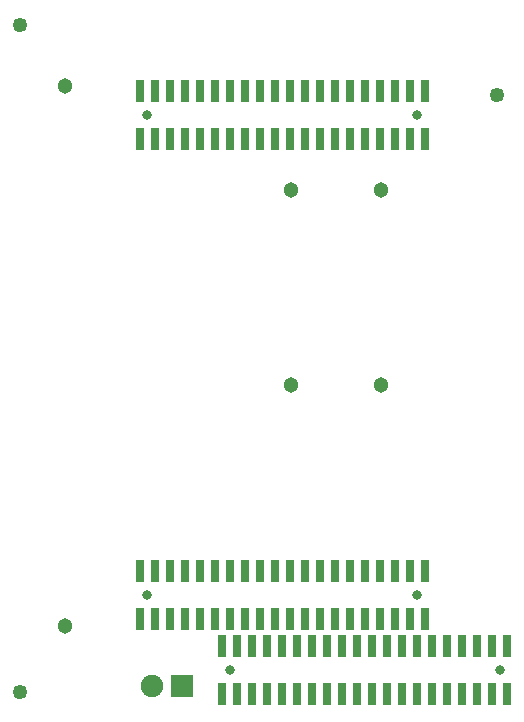
<source format=gbr>
%TF.GenerationSoftware,KiCad,Pcbnew,5.1.0-rc2-unknown-036be7d~80~ubuntu16.04.1*%
%TF.CreationDate,2022-02-04T13:28:53+02:00*%
%TF.ProjectId,STMP15x-SHIELD_Rev_A,53544d50-3135-4782-9d53-4849454c445f,A*%
%TF.SameCoordinates,Original*%
%TF.FileFunction,Soldermask,Bot*%
%TF.FilePolarity,Negative*%
%FSLAX46Y46*%
G04 Gerber Fmt 4.6, Leading zero omitted, Abs format (unit mm)*
G04 Created by KiCad (PCBNEW 5.1.0-rc2-unknown-036be7d~80~ubuntu16.04.1) date 2022-02-04 13:28:53*
%MOMM*%
%LPD*%
G04 APERTURE LIST*
%ADD10C,0.801600*%
%ADD11R,0.801600X1.901600*%
%ADD12C,1.254000*%
%ADD13C,1.301600*%
%ADD14C,1.901600*%
%ADD15R,1.901600X1.901600*%
G04 APERTURE END LIST*
D10*
%TO.C,GPIO-3*%
X135255000Y-98425000D03*
D11*
X146050000Y-96393000D03*
X146050000Y-100457000D03*
X144780000Y-96393000D03*
X144780000Y-100457000D03*
X143510000Y-96393000D03*
X143510000Y-100457000D03*
X142240000Y-96393000D03*
X142240000Y-100457000D03*
X140970000Y-96393000D03*
X140970000Y-100457000D03*
X139700000Y-96393000D03*
X139700000Y-100457000D03*
X138430000Y-96393000D03*
X138430000Y-100457000D03*
X137160000Y-96393000D03*
X137160000Y-100457000D03*
X135890000Y-96393000D03*
X135890000Y-100457000D03*
X134620000Y-96393000D03*
X134620000Y-100457000D03*
X147320000Y-100457000D03*
X147320000Y-96393000D03*
X148590000Y-100457000D03*
X148590000Y-96393000D03*
X149860000Y-100457000D03*
X149860000Y-96393000D03*
X151130000Y-100457000D03*
X151130000Y-96393000D03*
X152400000Y-100457000D03*
X152400000Y-96393000D03*
X153670000Y-100457000D03*
X153670000Y-96393000D03*
X154940000Y-100457000D03*
X154940000Y-96393000D03*
X156210000Y-100457000D03*
X156210000Y-96393000D03*
X157480000Y-100457000D03*
X157480000Y-96393000D03*
X158750000Y-100457000D03*
X158750000Y-96393000D03*
D10*
X158115000Y-98425000D03*
%TD*%
D12*
%TO.C,FID4*%
X117475000Y-100330000D03*
%TD*%
%TO.C,FID5*%
X117475000Y-43815000D03*
%TD*%
%TO.C,FID6*%
X157861000Y-49784000D03*
%TD*%
D13*
%TO.C,EXT1*%
X121285000Y-49022000D03*
X121285000Y-94742000D03*
%TD*%
D14*
%TO.C,NRST1*%
X128651000Y-99822000D03*
D15*
X131191000Y-99822000D03*
%TD*%
D13*
%TO.C,UEXT1*%
X148082000Y-57785000D03*
X140462000Y-57785000D03*
%TD*%
%TO.C,UEXT2*%
X148082000Y-74295000D03*
X140462000Y-74295000D03*
%TD*%
D10*
%TO.C,GPIO-1*%
X128270000Y-51435000D03*
D11*
X139065000Y-49403000D03*
X139065000Y-53467000D03*
X137795000Y-49403000D03*
X137795000Y-53467000D03*
X136525000Y-49403000D03*
X136525000Y-53467000D03*
X135255000Y-49403000D03*
X135255000Y-53467000D03*
X133985000Y-49403000D03*
X133985000Y-53467000D03*
X132715000Y-49403000D03*
X132715000Y-53467000D03*
X131445000Y-49403000D03*
X131445000Y-53467000D03*
X130175000Y-49403000D03*
X130175000Y-53467000D03*
X128905000Y-49403000D03*
X128905000Y-53467000D03*
X127635000Y-49403000D03*
X127635000Y-53467000D03*
X140335000Y-53467000D03*
X140335000Y-49403000D03*
X141605000Y-53467000D03*
X141605000Y-49403000D03*
X142875000Y-53467000D03*
X142875000Y-49403000D03*
X144145000Y-53467000D03*
X144145000Y-49403000D03*
X145415000Y-53467000D03*
X145415000Y-49403000D03*
X146685000Y-53467000D03*
X146685000Y-49403000D03*
X147955000Y-53467000D03*
X147955000Y-49403000D03*
X149225000Y-53467000D03*
X149225000Y-49403000D03*
X150495000Y-53467000D03*
X150495000Y-49403000D03*
X151765000Y-53467000D03*
X151765000Y-49403000D03*
D10*
X151130000Y-51435000D03*
%TD*%
%TO.C,GPIO-2*%
X128270000Y-92075000D03*
D11*
X139065000Y-90043000D03*
X139065000Y-94107000D03*
X137795000Y-90043000D03*
X137795000Y-94107000D03*
X136525000Y-90043000D03*
X136525000Y-94107000D03*
X135255000Y-90043000D03*
X135255000Y-94107000D03*
X133985000Y-90043000D03*
X133985000Y-94107000D03*
X132715000Y-90043000D03*
X132715000Y-94107000D03*
X131445000Y-90043000D03*
X131445000Y-94107000D03*
X130175000Y-90043000D03*
X130175000Y-94107000D03*
X128905000Y-90043000D03*
X128905000Y-94107000D03*
X127635000Y-90043000D03*
X127635000Y-94107000D03*
X140335000Y-94107000D03*
X140335000Y-90043000D03*
X141605000Y-94107000D03*
X141605000Y-90043000D03*
X142875000Y-94107000D03*
X142875000Y-90043000D03*
X144145000Y-94107000D03*
X144145000Y-90043000D03*
X145415000Y-94107000D03*
X145415000Y-90043000D03*
X146685000Y-94107000D03*
X146685000Y-90043000D03*
X147955000Y-94107000D03*
X147955000Y-90043000D03*
X149225000Y-94107000D03*
X149225000Y-90043000D03*
X150495000Y-94107000D03*
X150495000Y-90043000D03*
X151765000Y-94107000D03*
X151765000Y-90043000D03*
D10*
X151130000Y-92075000D03*
%TD*%
M02*

</source>
